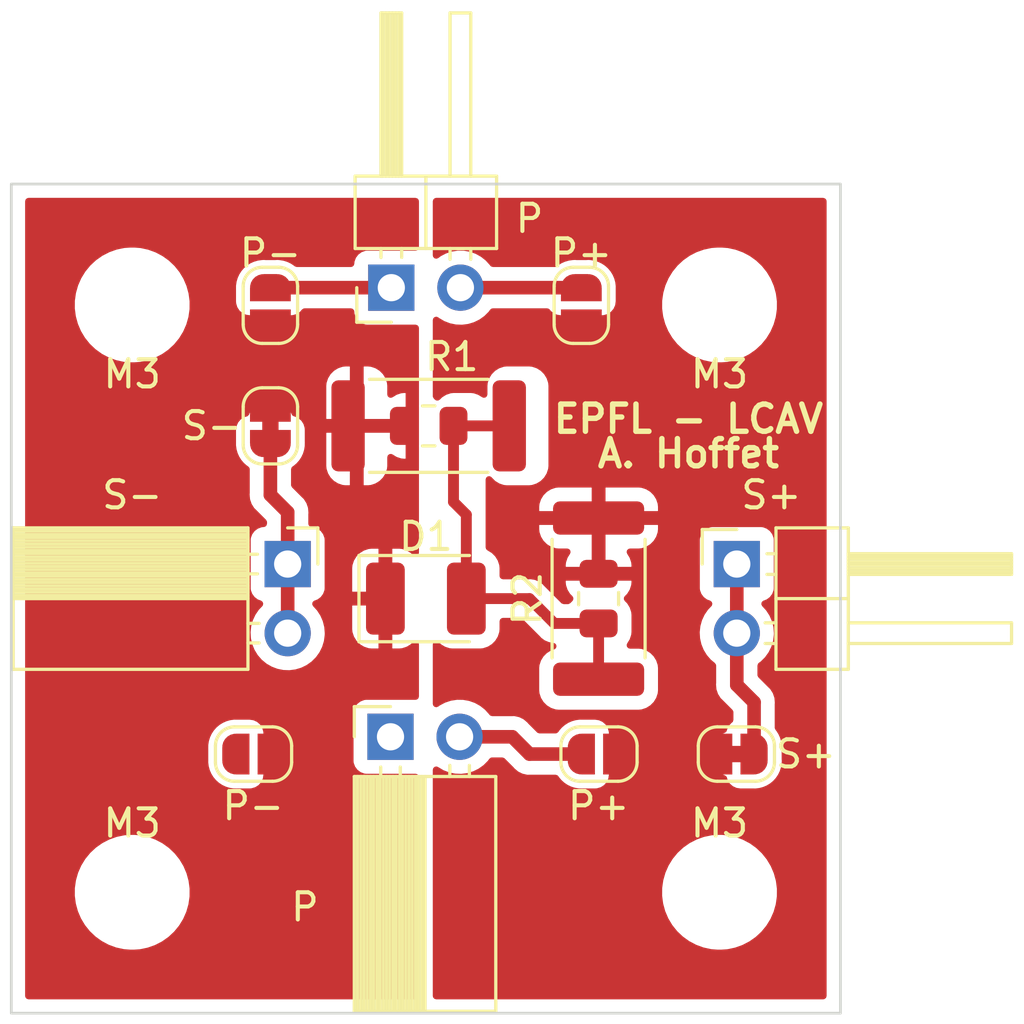
<source format=kicad_pcb>
(kicad_pcb (version 20211014) (generator pcbnew)
  (layers (0 "F.Cu" signal) (31 "B.Cu" signal) (34 "B.Paste" user) (35 "F.Paste" user) (36 "B.SilkS" user "B.Silkscreen") (37 "F.SilkS" user "F.Silkscreen") (38 "B.Mask" user) (39 "F.Mask" user) (44 "Edge.Cuts" user))
  (net 0 "")
  (net 1 "Net-(D1-Pad2)")
  (net 2 "Net-(J1-Pad1)")
  (net 3 "Net-(J3-Pad2)")
  (net 4 "Net-(J4-Pad1)")
  (net 5 "Net-(JP1-Pad2)")
  (net 6 "Net-(JP3-Pad2)")
  (net 7 "Net-(J3-Pad1)")
  (net 8 "/GND")
  (net 9 "/VCC")
  (footprint "MountingHole:MountingHole_3.2mm_M3_ISO7380" (layer "F.Cu") (at 153.035 85.725)
    (fp_text reference "H3" hide)
    (fp_text value "M3" (at 0 2.54) (layer "F.SilkS"))
    (pad "" np_thru_hole circle locked (at 0 0) (size 3.2 3.2) (drill 3.2) (layers *.Cu *.Mask))
  )
  (footprint "MountingHole:MountingHole_3.2mm_M3_ISO7380" (layer "F.Cu") (at 131.445 107.315)
    (fp_text reference "H2" hide)
    (fp_text value "M3" (at 0 -2.54) (layer "F.SilkS"))
    (pad "" np_thru_hole circle locked (at 0 0) (size 3.2 3.2) (drill 3.2) (layers *.Cu *.Mask))
  )
  (footprint "Jumper:SolderJumper-2_P1.3mm_Open_RoundedPad1.0x1.5mm" (layer "F.Cu") (at 147.955 85.74 90)
    (fp_text reference "JP1" hide)
    (fp_text value "P+" (at 1.92 0 180) (layer "F.SilkS"))
    (fp_line (start -1.4 0.3) (end -1.4 -0.3) (layer "F.SilkS") (width 0.12))
    (fp_line (start 1.4 -0.3) (end 1.4 0.3) (layer "F.SilkS") (width 0.12))
    (fp_line (start -0.7 -1) (end 0.7 -1) (layer "F.SilkS") (width 0.12))
    (fp_line (start 0.7 1) (end -0.7 1) (layer "F.SilkS") (width 0.12))
    (fp_arc (start 0.7 -1) (mid 1.194975 -0.794975) (end 1.4 -0.3) (layer "F.SilkS") (width 0.12))
    (fp_arc (start -0.7 1) (mid -1.194975 0.794975) (end -1.4 0.3) (layer "F.SilkS") (width 0.12))
    (fp_arc (start 1.4 0.3) (mid 1.194975 0.794975) (end 0.7 1) (layer "F.SilkS") (width 0.12))
    (fp_arc (start -1.4 -0.3) (mid -1.194975 -0.794975) (end -0.7 -1) (layer "F.SilkS") (width 0.12))
    (pad "1" smd custom locked (at -0.65 0 90) (size 1 0.5) (layers "F.Cu" "F.Mask") (net 9 "/VCC") (options (clearance outline) (anchor rect)) (primitives (gr_circle (center 0 0.25) (end 0.5 0.25) (width 0) (fill yes)) (gr_circle (center 0 -0.25) (end 0.5 -0.25) (width 0) (fill yes)) (gr_poly (pts (xy 0 -0.75) (xy 0.5 -0.75) (xy 0.5 0.75) (xy 0 0.75)) (width 0) (fill yes))))
    (pad "2" smd custom locked (at 0.65 0 90) (size 1 0.5) (layers "F.Cu" "F.Mask") (net 5 "Net-(JP1-Pad2)") (options (clearance outline) (anchor rect)) (primitives (gr_circle (center 0 0.25) (end 0.5 0.25) (width 0) (fill yes)) (gr_circle (center 0 -0.25) (end 0.5 -0.25) (width 0) (fill yes)) (gr_poly (pts (xy 0 -0.75) (xy -0.5 -0.75) (xy -0.5 0.75) (xy 0 0.75)) (width 0) (fill yes))))
  )
  (footprint "Resistor_SMD:R_2512_6332Metric" (layer "F.Cu") (at 142.3435 90.17)
    (fp_text reference "R1" (at 0.8475 -2.54) (layer "F.SilkS"))
    (fp_text value "R" hide)
    (fp_line (start -2.177064 -1.71) (end 2.177064 -1.71) (layer "F.SilkS") (width 0.12))
    (fp_line (start -2.177064 1.71) (end 2.177064 1.71) (layer "F.SilkS") (width 0.12))
    (pad "1" smd roundrect locked (at -2.9625 0) (size 1.225 3.35) (layers "F.Cu" "F.Paste" "F.Mask") (roundrect_rratio 0.204082) (net 8 "/GND"))
    (pad "2" smd roundrect locked (at 2.9625 0) (size 1.225 3.35) (layers "F.Cu" "F.Paste" "F.Mask") (roundrect_rratio 0.204082) (net 1 "Net-(D1-Pad2)"))
  )
  (footprint "Jumper:SolderJumper-2_P1.3mm_Open_RoundedPad1.0x1.5mm" (layer "F.Cu") (at 148.605 102.235)
    (fp_text reference "JP5" hide)
    (fp_text value "P+" (at -0.015 1.905) (layer "F.SilkS"))
    (fp_line (start 0.7 1) (end -0.7 1) (layer "F.SilkS") (width 0.12))
    (fp_line (start 1.4 -0.3) (end 1.4 0.3) (layer "F.SilkS") (width 0.12))
    (fp_line (start -1.4 0.3) (end -1.4 -0.3) (layer "F.SilkS") (width 0.12))
    (fp_line (start -0.7 -1) (end 0.7 -1) (layer "F.SilkS") (width 0.12))
    (fp_arc (start -1.4 -0.3) (mid -1.194975 -0.794975) (end -0.7 -1) (layer "F.SilkS") (width 0.12))
    (fp_arc (start -0.7 1) (mid -1.194975 0.794975) (end -1.4 0.3) (layer "F.SilkS") (width 0.12))
    (fp_arc (start 1.4 0.3) (mid 1.194975 0.794975) (end 0.7 1) (layer "F.SilkS") (width 0.12))
    (fp_arc (start 0.7 -1) (mid 1.194975 -0.794975) (end 1.4 -0.3) (layer "F.SilkS") (width 0.12))
    (pad "1" smd custom locked (at -0.65 0) (size 1 0.5) (layers "F.Cu" "F.Mask") (net 3 "Net-(J3-Pad2)") (options (clearance outline) (anchor rect)) (primitives (gr_circle (center 0 0.25) (end 0.5 0.25) (width 0) (fill yes)) (gr_circle (center 0 -0.25) (end 0.5 -0.25) (width 0) (fill yes)) (gr_poly (pts (xy 0 -0.75) (xy 0.5 -0.75) (xy 0.5 0.75) (xy 0 0.75)) (width 0) (fill yes))))
    (pad "2" smd custom locked (at 0.65 0) (size 1 0.5) (layers "F.Cu" "F.Mask") (net 9 "/VCC") (options (clearance outline) (anchor rect)) (primitives (gr_circle (center 0 0.25) (end 0.5 0.25) (width 0) (fill yes)) (gr_circle (center 0 -0.25) (end 0.5 -0.25) (width 0) (fill yes)) (gr_poly (pts (xy 0 -0.75) (xy -0.5 -0.75) (xy -0.5 0.75) (xy 0 0.75)) (width 0) (fill yes))))
  )
  (footprint "MountingHole:MountingHole_3.2mm_M3_ISO7380" (layer "F.Cu") (at 153.035 107.315)
    (fp_text reference "H1" hide)
    (fp_text value "M3" (at 0 -2.54) (layer "F.SilkS"))
    (pad "" np_thru_hole circle locked (at 0 0) (size 3.2 3.2) (drill 3.2) (layers *.Cu *.Mask))
  )
  (footprint "Jumper:SolderJumper-2_P1.3mm_Bridged_RoundedPad1.0x1.5mm" (layer "F.Cu") (at 153.655 102.235)
    (fp_text reference "JP6" hide)
    (fp_text value "S+" (at 2.555 0) (layer "F.SilkS"))
    (fp_poly (pts (xy 0.25 -0.3) (xy -0.25 -0.3) (xy -0.25 0.3) (xy 0.25 0.3)) (layer "F.Cu") (width 0) (fill solid))
    (fp_line (start 0.7 1) (end -0.7 1) (layer "F.SilkS") (width 0.12))
    (fp_line (start -1.4 0.3) (end -1.4 -0.3) (layer "F.SilkS") (width 0.12))
    (fp_line (start -0.7 -1) (end 0.7 -1) (layer "F.SilkS") (width 0.12))
    (fp_line (start 1.4 -0.3) (end 1.4 0.3) (layer "F.SilkS") (width 0.12))
    (fp_arc (start -1.4 -0.3) (mid -1.194975 -0.794975) (end -0.7 -1) (layer "F.SilkS") (width 0.12))
    (fp_arc (start 0.7 -1) (mid 1.194975 -0.794975) (end 1.4 -0.3) (layer "F.SilkS") (width 0.12))
    (fp_arc (start 1.4 0.3) (mid 1.194975 0.794975) (end 0.7 1) (layer "F.SilkS") (width 0.12))
    (fp_arc (start -0.7 1) (mid -1.194975 0.794975) (end -1.4 0.3) (layer "F.SilkS") (width 0.12))
    (pad "1" smd custom locked (at -0.65 0) (size 1 0.5) (layers "F.Cu" "F.Mask") (net 9 "/VCC") (options (clearance outline) (anchor rect)) (primitives (gr_circle (center 0 0.25) (end 0.5 0.25) (width 0) (fill yes)) (gr_circle (center 0 -0.25) (end 0.5 -0.25) (width 0) (fill yes)) (gr_poly (pts (xy 0 -0.75) (xy 0.5 -0.75) (xy 0.5 0.75) (xy 0 0.75)) (width 0) (fill yes))))
    (pad "2" smd custom locked (at 0.65 0) (size 1 0.5) (layers "F.Cu" "F.Mask") (net 4 "Net-(J4-Pad1)") (options (clearance outline) (anchor rect)) (primitives (gr_circle (center 0 0.25) (end 0.5 0.25) (width 0) (fill yes)) (gr_circle (center 0 -0.25) (end 0.5 -0.25) (width 0) (fill yes)) (gr_poly (pts (xy 0 -0.75) (xy -0.5 -0.75) (xy -0.5 0.75) (xy 0 0.75)) (width 0) (fill yes))))
  )
  (footprint "Connector_PinSocket_2.54mm:PinSocket_1x02_P2.54mm_Horizontal" (layer "F.Cu") (at 140.94 101.6 90)
    (fp_text reference "J3" hide)
    (fp_text value "P" (at -6.26 -3.145 180) (layer "F.SilkS"))
    (fp_line (start -10.09 -0.855715) (end -1.46 -0.855715) (layer "F.SilkS") (width 0.12))
    (fp_line (start -10.09 1.27) (end -1.46 1.27) (layer "F.SilkS") (width 0.12))
    (fp_line (start -1.46 -1.33) (end -1.46 3.87) (layer "F.SilkS") (width 0.12))
    (fp_line (start -10.09 0.44333) (end -1.46 0.44333) (layer "F.SilkS") (width 0.12))
    (fp_line (start -10.09 -0.147145) (end -1.46 -0.147145) (layer "F.SilkS") (width 0.12))
    (fp_line (start -10.09 -1.33) (end -10.09 3.87) (layer "F.SilkS") (width 0.12))
    (fp_line (start -1.46 2.9) (end -1.05 2.9) (layer "F.SilkS") (width 0.12))
    (fp_line (start -10.09 -0.97381) (end -1.46 -0.97381) (layer "F.SilkS") (width 0.12))
    (fp_line (start -10.09 1.1519) (end -1.46 1.1519) (layer "F.SilkS") (width 0.12))
    (fp_line (start -10.09 0.325235) (end -1.46 0.325235) (layer "F.SilkS") (width 0.12))
    (fp_line (start -10.09 -0.73762) (end -1.46 -0.73762) (layer "F.SilkS") (width 0.12))
    (fp_line (start -10.09 -1.21) (end -1.46 -1.21) (layer "F.SilkS") (width 0.12))
    (fp_line (start -10.09 0.561425) (end -1.46 0.561425) (layer "F.SilkS") (width 0.12))
    (fp_line (start -10.09 -1.33) (end -1.46 -1.33) (layer "F.SilkS") (width 0.12))
    (fp_line (start -10.09 0.91571) (end -1.46 0.91571) (layer "F.SilkS") (width 0.12))
    (fp_line (start -10.09 -0.383335) (end -1.46 -0.383335) (layer "F.SilkS") (width 0.12))
    (fp_line (start -1.46 -0.36) (end -1.11 -0.36) (layer "F.SilkS") (width 0.12))
    (fp_line (start -1.46 0.36) (end -1.11 0.36) (layer "F.SilkS") (width 0.12))
    (fp_line (start -10.09 0.797615) (end -1.46 0.797615) (layer "F.SilkS") (width 0.12))
    (fp_line (start -10.09 0.089045) (end -1.46 0.089045) (layer "F.SilkS") (width 0.12))
    (fp_line (start -10.09 -0.02905) (end -1.46 -0.02905) (layer "F.SilkS") (width 0.12))
    (fp_line (start -1.46 2.18) (end -1.05 2.18) (layer "F.SilkS") (width 0.12))
    (fp_line (start -10.09 -0.619525) (end -1.46 -0.619525) (layer "F.SilkS") (width 0.12))
    (fp_line (start -10.09 0.67952) (end -1.46 0.67952) (layer "F.SilkS") (width 0.12))
    (fp_line (start -10.09 -0.50143) (end -1.46 -0.50143) (layer "F.SilkS") (width 0.12))
    (fp_line (start -10.09 0.20714) (end -1.46 0.20714) (layer "F.SilkS") (width 0.12))
    (fp_line (start -10.09 -0.26524) (end -1.46 -0.26524) (layer "F.SilkS") (width 0.12))
    (fp_line (start -10.09 3.87) (end -1.46 3.87) (layer "F.SilkS") (width 0.12))
    (fp_line (start -10.09 1.033805) (end -1.46 1.033805) (layer "F.SilkS") (width 0.12))
    (fp_line (start -10.09 -1.091905) (end -1.46 -1.091905) (layer "F.SilkS") (width 0.12))
    (fp_line (start 1.11 -1.33) (end 1.11 0) (layer "F.SilkS") (width 0.12))
    (fp_line (start 0 -1.33) (end 1.11 -1.33) (layer "F.SilkS") (width 0.12))
    (pad "1" thru_hole rect locked (at 0 0 90) (size 1.7 1.7) (drill 1) (layers *.Cu *.Mask) (net 7 "Net-(J3-Pad1)"))
    (pad "2" thru_hole oval locked (at 0 2.54 90) (size 1.7 1.7) (drill 1) (layers *.Cu *.Mask) (net 3 "Net-(J3-Pad2)"))
  )
  (footprint "Jumper:SolderJumper-2_P1.3mm_Open_RoundedPad1.0x1.5mm" (layer "F.Cu") (at 136.525 85.74 90)
    (fp_text reference "JP3" hide)
    (fp_text value "P-" (at 1.92 0 180) (layer "F.SilkS"))
    (fp_line (start 0.7 1) (end -0.7 1) (layer "F.SilkS") (width 0.12))
    (fp_line (start -0.7 -1) (end 0.7 -1) (layer "F.SilkS") (width 0.12))
    (fp_line (start -1.4 0.3) (end -1.4 -0.3) (layer "F.SilkS") (width 0.12))
    (fp_line (start 1.4 -0.3) (end 1.4 0.3) (layer "F.SilkS") (width 0.12))
    (fp_arc (start -0.7 1) (mid -1.194975 0.794975) (end -1.4 0.3) (layer "F.SilkS") (width 0.12))
    (fp_arc (start 0.7 -1) (mid 1.194975 -0.794975) (end 1.4 -0.3) (layer "F.SilkS") (width 0.12))
    (fp_arc (start -1.4 -0.3) (mid -1.194975 -0.794975) (end -0.7 -1) (layer "F.SilkS") (width 0.12))
    (fp_arc (start 1.4 0.3) (mid 1.194975 0.794975) (end 0.7 1) (layer "F.SilkS") (width 0.12))
    (pad "1" smd custom locked (at -0.65 0 90) (size 1 0.5) (layers "F.Cu" "F.Mask") (net 8 "/GND") (options (clearance outline) (anchor rect)) (primitives (gr_circle (center 0 0.25) (end 0.5 0.25) (width 0) (fill yes)) (gr_circle (center 0 -0.25) (end 0.5 -0.25) (width 0) (fill yes)) (gr_poly (pts (xy 0 -0.75) (xy 0.5 -0.75) (xy 0.5 0.75) (xy 0 0.75)) (width 0) (fill yes))))
    (pad "2" smd custom locked (at 0.65 0 90) (size 1 0.5) (layers "F.Cu" "F.Mask") (net 6 "Net-(JP3-Pad2)") (options (clearance outline) (anchor rect)) (primitives (gr_circle (center 0 0.25) (end 0.5 0.25) (width 0) (fill yes)) (gr_circle (center 0 -0.25) (end 0.5 -0.25) (width 0) (fill yes)) (gr_poly (pts (xy 0 -0.75) (xy -0.5 -0.75) (xy -0.5 0.75) (xy 0 0.75)) (width 0) (fill yes))))
  )
  (footprint "Connector_PinHeader_2.54mm:PinHeader_1x02_P2.54mm_Horizontal" (layer "F.Cu") (at 140.97 85.09 90)
    (fp_text reference "J2" hide)
    (fp_text value "P" (at 2.54 5.08 180) (layer "F.SilkS"))
    (fp_line (start 1.042929 2.92) (end 1.44 2.92) (layer "F.SilkS") (width 0.12))
    (fp_line (start -1.27 0) (end -1.27 -1.27) (layer "F.SilkS") (width 0.12))
    (fp_line (start 4.1 2.16) (end 10.1 2.16) (layer "F.SilkS") (width 0.12))
    (fp_line (start 4.1 0.16) (end 10.1 0.16) (layer "F.SilkS") (width 0.12))
    (fp_line (start 1.11 -0.38) (end 1.44 -0.38) (layer "F.SilkS") (width 0.12))
    (fp_line (start 4.1 0.28) (end 10.1 0.28) (layer "F.SilkS") (width 0.12))
    (fp_line (start 1.11 0.38) (end 1.44 0.38) (layer "F.SilkS") (width 0.12))
    (fp_line (start 4.1 3.87) (end 4.1 -1.33) (layer "F.SilkS") (width 0.12))
    (fp_line (start 1.042929 2.16) (end 1.44 2.16) (layer "F.SilkS") (width 0.12))
    (fp_line (start 1.44 3.87) (end 4.1 3.87) (layer "F.SilkS") (width 0.12))
    (fp_line (start 10.1 2.92) (end 4.1 2.92) (layer "F.SilkS") (width 0.12))
    (fp_line (start 1.44 -1.33) (end 1.44 3.87) (layer "F.SilkS") (width 0.12))
    (fp_line (start 10.1 2.16) (end 10.1 2.92) (layer "F.SilkS") (width 0.12))
    (fp_line (start 10.1 -0.38) (end 10.1 0.38) (layer "F.SilkS") (width 0.12))
    (fp_line (start -1.27 -1.27) (end 0 -1.27) (layer "F.SilkS") (width 0.12))
    (fp_line (start 4.1 -1.33) (end 1.44 -1.33) (layer "F.SilkS") (width 0.12))
    (fp_line (start 4.1 -0.08) (end 10.1 -0.08) (layer "F.SilkS") (width 0.12))
    (fp_line (start 4.1 -0.32) (end 10.1 -0.32) (layer "F.SilkS") (width 0.12))
    (fp_line (start 4.1 0.04) (end 10.1 0.04) (layer "F.SilkS") (width 0.12))
    (fp_line (start 1.44 1.27) (end 4.1 1.27) (layer "F.SilkS") (width 0.12))
    (fp_line (start 10.1 0.38) (end 4.1 0.38) (layer "F.SilkS") (width 0.12))
    (fp_line (start 4.1 -0.2) (end 10.1 -0.2) (layer "F.SilkS") (width 0.12))
    (fp_line (start 4.1 -0.38) (end 10.1 -0.38) (layer "F.SilkS") (width 0.12))
    (pad "1" thru_hole rect locked (at 0 0 90) (size 1.7 1.7) (drill 1) (layers *.Cu *.Mask) (net 6 "Net-(JP3-Pad2)"))
    (pad "2" thru_hole oval locked (at 0 2.54 90) (size 1.7 1.7) (drill 1) (layers *.Cu *.Mask) (net 5 "Net-(JP1-Pad2)"))
  )
  (footprint "Connector_PinSocket_2.54mm:PinSocket_1x02_P2.54mm_Horizontal" (layer "F.Cu") (at 137.16 95.25)
    (fp_text reference "J1" hide)
    (fp_text value "S-" (at -5.715 -2.54) (layer "F.SilkS"))
    (fp_line (start -1.46 2.9) (end -1.05 2.9) (layer "F.SilkS") (width 0.12))
    (fp_line (start -10.09 1.1519) (end -1.46 1.1519) (layer "F.SilkS") (width 0.12))
    (fp_line (start -10.09 -1.091905) (end -1.46 -1.091905) (layer "F.SilkS") (width 0.12))
    (fp_line (start -10.09 0.797615) (end -1.46 0.797615) (layer "F.SilkS") (width 0.12))
    (fp_line (start -10.09 0.44333) (end -1.46 0.44333) (layer "F.SilkS") (width 0.12))
    (fp_line (start -10.09 -0.855715) (end -1.46 -0.855715) (layer "F.SilkS") (width 0.12))
    (fp_line (start -10.09 0.089045) (end -1.46 0.089045) (layer "F.SilkS") (width 0.12))
    (fp_line (start -10.09 -0.97381) (end -1.46 -0.97381) (layer "F.SilkS") (width 0.12))
    (fp_line (start -10.09 -0.383335) (end -1.46 -0.383335) (layer "F.SilkS") (width 0.12))
    (fp_line (start -10.09 1.033805) (end -1.46 1.033805) (layer "F.SilkS") (width 0.12))
    (fp_line (start 0 -1.33) (end 1.11 -1.33) (layer "F.SilkS") (width 0.12))
    (fp_line (start 1.11 -1.33) (end 1.11 0) (layer "F.SilkS") (width 0.12))
    (fp_line (start -10.09 0.20714) (end -1.46 0.20714) (layer "F.SilkS") (width 0.12))
    (fp_line (start -10.09 0.91571) (end -1.46 0.91571) (layer "F.SilkS") (width 0.12))
    (fp_line (start -10.09 -0.26524) (end -1.46 -0.26524) (layer "F.SilkS") (width 0.12))
    (fp_line (start -1.46 2.18) (end -1.05 2.18) (layer "F.SilkS") (width 0.12))
    (fp_line (start -10.09 3.87) (end -1.46 3.87) (layer "F.SilkS") (width 0.12))
    (fp_line (start -10.09 -0.147145) (end -1.46 -0.147145) (layer "F.SilkS") (width 0.12))
    (fp_line (start -10.09 -0.50143) (end -1.46 -0.50143) (layer "F.SilkS") (width 0.12))
    (fp_line (start -10.09 0.561425) (end -1.46 0.561425) (layer "F.SilkS") (width 0.12))
    (fp_line (start -1.46 -1.33) (end -1.46 3.87) (layer "F.SilkS") (width 0.12))
    (fp_line (start -10.09 0.67952) (end -1.46 0.67952) (layer "F.SilkS") (width 0.12))
    (fp_line (start -1.46 0.36) (end -1.11 0.36) (layer "F.SilkS") (width 0.12))
    (fp_line (start -10.09 -0.619525) (end -1.46 -0.619525) (layer "F.SilkS") (width 0.12))
    (fp_line (start -10.09 -1.33) (end -10.09 3.87) (layer "F.SilkS") (width 0.12))
    (fp_line (start -10.09 -0.02905) (end -1.46 -0.02905) (layer "F.SilkS") (width 0.12))
    (fp_line (start -10.09 -1.33) (end -1.46 -1.33) (layer "F.SilkS") (width 0.12))
    (fp_line (start -10.09 0.325235) (end -1.46 0.325235) (layer "F.SilkS") (width 0.12))
    (fp_line (start -10.09 1.27) (end -1.46 1.27) (layer "F.SilkS") (width 0.12))
    (fp_line (start -1.46 -0.36) (end -1.11 -0.36) (layer "F.SilkS") (width 0.12))
    (fp_line (start -10.09 -1.21) (end -1.46 -1.21) (layer "F.SilkS") (width 0.12))
    (fp_line (start -10.09 -0.73762) (end -1.46 -0.73762) (layer "F.SilkS") (width 0.12))
    (pad "1" thru_hole rect locked (at 0 0) (size 1.7 1.7) (drill 1) (layers *.Cu *.Mask) (net 2 "Net-(J1-Pad1)"))
    (pad "2" thru_hole oval locked (at 0 2.54) (size 1.7 1.7) (drill 1) (layers *.Cu *.Mask) (net 2 "Net-(J1-Pad1)"))
  )
  (footprint "MountingHole:MountingHole_3.2mm_M3_ISO7380" (layer "F.Cu") (at 131.445 85.725)
    (fp_text reference "H4" hide)
    (fp_text value "M3" (at 0 2.54) (layer "F.SilkS"))
    (pad "" np_thru_hole circle locked (at 0 0) (size 3.2 3.2) (drill 3.2) (layers *.Cu *.Mask))
  )
  (footprint "Jumper:SolderJumper-2_P1.3mm_Open_RoundedPad1.0x1.5mm" (layer "F.Cu") (at 135.905 102.235)
    (fp_text reference "JP4" hide)
    (fp_text value "P-" (at -0.015 1.905 180) (layer "F.SilkS"))
    (fp_line (start -0.7 -1) (end 0.7 -1) (layer "F.SilkS") (width 0.12))
    (fp_line (start 1.4 -0.3) (end 1.4 0.3) (layer "F.SilkS") (width 0.12))
    (fp_line (start 0.7 1) (end -0.7 1) (layer "F.SilkS") (width 0.12))
    (fp_line (start -1.4 0.3) (end -1.4 -0.3) (layer "F.SilkS") (width 0.12))
    (fp_arc (start 0.7 -1) (mid 1.194975 -0.794975) (end 1.4 -0.3) (layer "F.SilkS") (width 0.12))
    (fp_arc (start -1.4 -0.3) (mid -1.194975 -0.794975) (end -0.7 -1) (layer "F.SilkS") (width 0.12))
    (fp_arc (start -0.7 1) (mid -1.194975 0.794975) (end -1.4 0.3) (layer "F.SilkS") (width 0.12))
    (fp_arc (start 1.4 0.3) (mid 1.194975 0.794975) (end 0.7 1) (layer "F.SilkS") (width 0.12))
    (pad "1" smd custom locked (at -0.65 0) (size 1 0.5) (layers "F.Cu" "F.Mask") (net 7 "Net-(J3-Pad1)") (options (clearance outline) (anchor rect)) (primitives (gr_circle (center 0 0.25) (end 0.5 0.25) (width 0) (fill yes)) (gr_circle (center 0 -0.25) (end 0.5 -0.25) (width 0) (fill yes)) (gr_poly (pts (xy 0 -0.75) (xy 0.5 -0.75) (xy 0.5 0.75) (xy 0 0.75)) (width 0) (fill yes))))
    (pad "2" smd custom locked (at 0.65 0) (size 1 0.5) (layers "F.Cu" "F.Mask") (net 8 "/GND") (options (clearance outline) (anchor rect)) (primitives (gr_circle (center 0 0.25) (end 0.5 0.25) (width 0) (fill yes)) (gr_circle (center 0 -0.25) (end 0.5 -0.25) (width 0) (fill yes)) (gr_poly (pts (xy 0 -0.75) (xy -0.5 -0.75) (xy -0.5 0.75) (xy 0 0.75)) (width 0) (fill yes))))
  )
  (footprint "Resistor_SMD:R_0805_2012Metric" (layer "F.Cu") (at 148.59 96.52 90)
    (fp_text reference "R4" hide)
    (fp_text value "R" hide)
    (fp_line (start -0.227064 -0.735) (end 0.227064 -0.735) (layer "F.SilkS") (width 0.12))
    (fp_line (start -0.227064 0.735) (end 0.227064 0.735) (layer "F.SilkS") (width 0.12))
    (pad "1" smd roundrect locked (at -0.9125 0 90) (size 1.025 1.4) (layers "F.Cu" "F.Paste" "F.Mask") (roundrect_rratio 0.243902) (net 1 "Net-(D1-Pad2)"))
    (pad "2" smd roundrect locked (at 0.9125 0 90) (size 1.025 1.4) (layers "F.Cu" "F.Paste" "F.Mask") (roundrect_rratio 0.243902) (net 9 "/VCC"))
  )
  (footprint "Resistor_SMD:R_2512_6332Metric" (layer "F.Cu") (at 148.59 96.52 90)
    (fp_text reference "R2" (at 0 -2.62 90) (layer "F.SilkS"))
    (fp_text value "R" hide)
    (fp_line (start -2.177064 1.71) (end 2.177064 1.71) (layer "F.SilkS") (width 0.12))
    (fp_line (start -2.177064 -1.71) (end 2.177064 -1.71) (layer "F.SilkS") (width 0.12))
    (pad "1" smd roundrect locked (at -2.9625 0 90) (size 1.225 3.35) (layers "F.Cu" "F.Paste" "F.Mask") (roundrect_rratio 0.204082) (net 1 "Net-(D1-Pad2)"))
    (pad "2" smd roundrect locked (at 2.9625 0 90) (size 1.225 3.35) (layers "F.Cu" "F.Paste" "F.Mask") (roundrect_rratio 0.204082) (net 9 "/VCC"))
  )
  (footprint "Resistor_SMD:R_0805_2012Metric" (layer "F.Cu") (at 142.3435 90.17)
    (fp_text reference "R3" hide)
    (fp_text value "R" hide)
    (fp_line (start -0.227064 0.735) (end 0.227064 0.735) (layer "F.SilkS") (width 0.12))
    (fp_line (start -0.227064 -0.735) (end 0.227064 -0.735) (layer "F.SilkS") (width 0.12))
    (pad "1" smd roundrect locked (at -0.9125 0) (size 1.025 1.4) (layers "F.Cu" "F.Paste" "F.Mask") (roundrect_rratio 0.243902) (net 8 "/GND"))
    (pad "2" smd roundrect locked (at 0.9125 0) (size 1.025 1.4) (layers "F.Cu" "F.Paste" "F.Mask") (roundrect_rratio 0.243902) (net 1 "Net-(D1-Pad2)"))
  )
  (footprint "Jumper:SolderJumper-2_P1.3mm_Bridged_RoundedPad1.0x1.5mm" (layer "F.Cu") (at 136.525 90.17 90)
    (fp_text reference "JP2" hide)
    (fp_text value "S-" (at 0 -2.159 180) (layer "F.SilkS"))
    (fp_poly (pts (xy 0.25 -0.3) (xy -0.25 -0.3) (xy -0.25 0.3) (xy 0.25 0.3)) (layer "F.Cu") (width 0) (fill solid))
    (fp_line (start 0.7 1) (end -0.7 1) (layer "F.SilkS") (width 0.12))
    (fp_line (start 1.4 -0.3) (end 1.4 0.3) (layer "F.SilkS") (width 0.12))
    (fp_line (start -0.7 -1) (end 0.7 -1) (layer "F.SilkS") (width 0.12))
    (fp_line (start -1.4 0.3) (end -1.4 -0.3) (layer "F.SilkS") (width 0.12))
    (fp_arc (start -0.7 1) (mid -1.194975 0.794975) (end -1.4 0.3) (layer "F.SilkS") (width 0.12))
    (fp_arc (start 0.7 -1) (mid 1.194975 -0.794975) (end 1.4 -0.3) (layer "F.SilkS") (width 0.12))
    (fp_arc (start -1.4 -0.3) (mid -1.194975 -0.794975) (end -0.7 -1) (layer "F.SilkS") (width 0.12))
    (fp_arc (start 1.4 0.3) (mid 1.194975 0.794975) (end 0.7 1) (layer "F.SilkS") (width 0.12))
    (pad "1" smd custom locked (at -0.65 0 90) (size 1 0.5) (layers "F.Cu" "F.Mask") (net 2 "Net-(J1-Pad1)") (options (clearance outline) (anchor rect)) (primitives (gr_circle (center 0 0.25) (end 0.5 0.25) (width 0) (fill yes)) (gr_circle (center 0 -0.25) (end 0.5 -0.25) (width 0) (fill yes)) (gr_poly (pts (xy 0 -0.75) (xy 0.5 -0.75) (xy 0.5 0.75) (xy 0 0.75)) (width 0) (fill yes))))
    (pad "2" smd custom locked (at 0.65 0 90) (size 1 0.5) (layers "F.Cu" "F.Mask") (net 8 "/GND") (options (clearance outline) (anchor rect)) (primitives (gr_circle (center 0 0.25) (end 0.5 0.25) (width 0) (fill yes)) (gr_circle (center 0 -0.25) (end 0.5 -0.25) (width 0) (fill yes)) (gr_poly (pts (xy 0 -0.75) (xy -0.5 -0.75) (xy -0.5 0.75) (xy 0 0.75)) (width 0) (fill yes))))
  )
  (footprint "Connector_PinHeader_2.54mm:PinHeader_1x02_P2.54mm_Horizontal" (layer "F.Cu") (at 153.67 95.25)
    (fp_text reference "J4" hide)
    (fp_text value "S+" (at 1.27 -2.54) (layer "F.SilkS"))
    (fp_line (start 10.1 -0.38) (end 10.1 0.38) (layer "F.SilkS") (width 0.12))
    (fp_line (start 1.44 -1.33) (end 1.44 3.87) (layer "F.SilkS") (width 0.12))
    (fp_line (start 10.1 0.38) (end 4.1 0.38) (layer "F.SilkS") (width 0.12))
    (fp_line (start 4.1 -0.38) (end 10.1 -0.38) (layer "F.SilkS") (width 0.12))
    (fp_line (start 4.1 -1.33) (end 1.44 -1.33) (layer "F.SilkS") (width 0.12))
    (fp_line (start -1.27 -1.27) (end 0 -1.27) (layer "F.SilkS") (width 0.12))
    (fp_line (start 10.1 2.16) (end 10.1 2.92) (layer "F.SilkS") (width 0.12))
    (fp_line (start 4.1 3.87) (end 4.1 -1.33) (layer "F.SilkS") (width 0.12))
    (fp_line (start 1.11 0.38) (end 1.44 0.38) (layer "F.SilkS") (width 0.12))
    (fp_line (start 1.44 1.27) (end 4.1 1.27) (layer "F.SilkS") (width 0.12))
    (fp_line (start 1.042929 2.92) (end 1.44 2.92) (layer "F.SilkS") (width 0.12))
    (fp_line (start 4.1 -0.32) (end 10.1 -0.32) (layer "F.SilkS") (width 0.12))
    (fp_line (start 4.1 0.28) (end 10.1 0.28) (layer "F.SilkS") (width 0.12))
    (fp_line (start -1.27 0) (end -1.27 -1.27) (layer "F.SilkS") (width 0.12))
    (fp_line (start 1.44 3.87) (end 4.1 3.87) (layer "F.SilkS") (width 0.12))
    (fp_line (start 10.1 2.92) (end 4.1 2.92) (layer "F.SilkS") (width 0.12))
    (fp_line (start 4.1 0.16) (end 10.1 0.16) (layer "F.SilkS") (width 0.12))
    (fp_line (start 4.1 0.04) (end 10.1 0.04) (layer "F.SilkS") (width 0.12))
    (fp_line (start 1.11 -0.38) (end 1.44 -0.38) (layer "F.SilkS") (width 0.12))
    (fp_line (start 4.1 2.16) (end 10.1 2.16) (layer "F.SilkS") (width 0.12))
    (fp_line (start 1.042929 2.16) (end 1.44 2.16) (layer "F.SilkS") (width 0.12))
    (fp_line (start 4.1 -0.08) (end 10.1 -0.08) (layer "F.SilkS") (width 0.12))
    (fp_line (start 4.1 -0.2) (end 10.1 -0.2) (layer "F.SilkS") (width 0.12))
    (pad "1" thru_hole rect locked (at 0 0) (size 1.7 1.7) (drill 1) (layers *.Cu *.Mask) (net 4 "Net-(J4-Pad1)"))
    (pad "2" thru_hole oval locked (at 0 2.54) (size 1.7 1.7) (drill 1) (layers *.Cu *.Mask) (net 4 "Net-(J4-Pad1)"))
  )
  (footprint "LED_SMD:LED_1210_3225Metric_Pad1.42x2.65mm_HandSolder" (layer "F.Cu") (at 142.24 96.52)
    (fp_text reference "D1" (at 0 -2.28) (layer "F.SilkS"))
    (fp_text value "LED" hide)
    (fp_line (start -2.46 1.585) (end 1.6 1.585) (layer "F.SilkS") (width 0.12))
    (fp_line (start -2.46 -1.585) (end -2.46 1.585) (layer "F.SilkS") (width 0.12))
    (fp_line (start 1.6 -1.585) (end -2.46 -1.585) (layer "F.SilkS") (width 0.12))
    (pad "1" smd roundrect locked (at -1.4875 0) (size 1.425 2.65) (layers "F.Cu" "F.Paste" "F.Mask") (roundrect_rratio 0.175439) (net 8 "/GND"))
    (pad "2" smd roundrect locked (at 1.4875 0) (size 1.425 2.65) (layers "F.Cu" "F.Paste" "F.Mask") (roundrect_rratio 0.175439) (net 1 "Net-(D1-Pad2)"))
  )
  (gr_rect (start 127 81.28) (end 157.48 111.76) (layer "Edge.Cuts") (width 0.1) (fill none))
  (gr_text "A. Hoffet" (at 151.892 91.186) (layer "F.SilkS") (effects (font (size 1 1) (thickness 0.2))))
  (gr_text "EPFL - LCAV" (at 151.892 89.916) (layer "F.SilkS") (effects (font (size 1 1) (thickness 0.2))))
  (segment (start 148.59 99.4825) (end 148.59 97.4325) (width 0.4) (layer "F.Cu") (net 1))
  (segment (start 143.7275 96.52) (end 143.7275 93.4355) (width 0.4) (layer "F.Cu") (net 1))
  (segment (start 148.59 97.4325) (end 146.9625 97.4325) (width 0.4) (layer "F.Cu") (net 1))
  (segment (start 143.256 92.964) (end 143.256 90.17) (width 0.4) (layer "F.Cu") (net 1))
  (segment (start 143.4085 90.3225) (end 143.256 90.17) (width 0.4) (layer "F.Cu") (net 1))
  (segment (start 146.9625 97.4325) (end 146.05 96.52) (width 0.4) (layer "F.Cu") (net 1))
  (segment (start 146.05 96.52) (end 143.7275 96.52) (width 0.4) (layer "F.Cu") (net 1))
  (segment (start 143.256 90.17) (end 145.306 90.17) (width 0.4) (layer "F.Cu") (net 1))
  (segment (start 143.7275 93.4355) (end 143.256 92.964) (width 0.4) (layer "F.Cu") (net 1))
  (segment (start 137.16 95.25) (end 137.16 93.345) (width 0.5) (layer "F.Cu") (net 2))
  (segment (start 137.16 97.79) (end 137.16 95.25) (width 0.5) (layer "F.Cu") (net 2))
  (segment (start 137.16 93.345) (end 136.525 92.71) (width 0.5) (layer "F.Cu") (net 2))
  (segment (start 136.525 92.71) (end 136.525 90.82) (width 0.5) (layer "F.Cu") (net 2))
  (segment (start 145.415 101.6) (end 146.05 102.235) (width 0.5) (layer "F.Cu") (net 3))
  (segment (start 143.48 101.6) (end 145.415 101.6) (width 0.5) (layer "F.Cu") (net 3))
  (segment (start 146.05 102.235) (end 147.955 102.235) (width 0.5) (layer "F.Cu") (net 3))
  (segment (start 153.67 99.695) (end 153.67 97.79) (width 0.5) (layer "F.Cu") (net 4))
  (segment (start 154.305 102.235) (end 154.305 100.33) (width 0.5) (layer "F.Cu") (net 4))
  (segment (start 153.67 97.79) (end 153.67 95.25) (width 0.5) (layer "F.Cu") (net 4))
  (segment (start 154.305 100.33) (end 153.67 99.695) (width 0.5) (layer "F.Cu") (net 4))
  (segment (start 143.51 85.09) (end 147.955 85.09) (width 0.5) (layer "F.Cu") (net 5))
  (segment (start 136.525 85.09) (end 140.97 85.09) (width 0.5) (layer "F.Cu") (net 6))
  (zone (net 8) (net_name "/GND") (layer "F.Cu") (connect_pads (clearance 0.508)) (min_thickness 0.254) (fill yes (thermal_gap 0.508) (thermal_bridge_width 0.508))
    (polygon (pts (xy 141.986 111.76) (xy 127 111.76) (xy 127 81.28) (xy 141.986 81.28)))
  )
  (zone (net 9) (net_name "/VCC") (layer "F.Cu") (connect_pads (clearance 0.508)) (min_thickness 0.254) (fill yes (thermal_gap 0.508) (thermal_bridge_width 0.508))
    (polygon (pts (xy 157.48 111.76) (xy 142.494 111.76) (xy 142.494 81.28) (xy 157.48 81.28)))
  )
)
</source>
